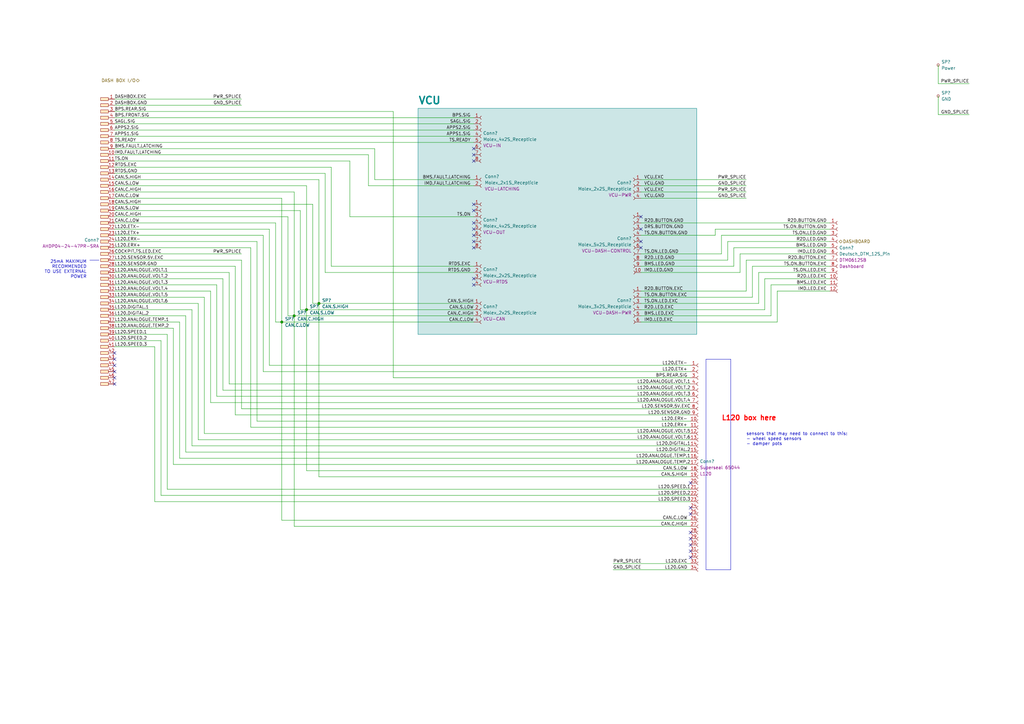
<source format=kicad_sch>
(kicad_sch (version 20230121) (generator eeschema)
  (paper "A3")
  (title_block (title "LOOM - DASH BOX"))
  (lib_symbols
    (symbol "Connector:TestPoint_Small" (pin_numbers hide) (pin_names (offset 0.762) hide)
      (property "Reference" "TP" (at 0 3.81 0))
      (property "Value" "TestPoint_Small" (at 0 2.032 0))
      (symbol "TestPoint_Small_0_1"
        (circle (center 0 0) (radius 0.508))
      )
      (symbol "TestPoint_Small_1_1"
        (pin passive line (at 0 0 90) (length 0) (name "1") (number "1"))
      )
    )
    (symbol "Connectors_SUFST:AMPHENOL-47P-Pannel"
      (property "Reference" "Conn" (at 0 -1.905 0))
      (property "P/N" "AHDP04-24-47PR-SRA" (at 0 0 0))
      (symbol "AMPHENOL-47P-Pannel_0_1"
        (polyline (pts (xy -0.635 -121.285) (xy 1.905 -121.285)))
        (polyline (pts (xy -0.635 -116.205) (xy 1.905 -116.205)))
        (polyline (pts (xy -0.635 -111.125) (xy 1.905 -111.125)))
        (polyline (pts (xy -0.635 -106.045) (xy 1.905 -106.045)))
        (polyline (pts (xy -0.635 -100.965) (xy 1.905 -100.965)))
        (polyline (pts (xy -0.635 -95.885) (xy 1.905 -95.885)))
        (polyline (pts (xy -0.635 -90.805) (xy 1.905 -90.805)))
        (polyline (pts (xy -0.635 -85.725) (xy 1.905 -85.725)))
        (polyline (pts (xy -0.635 -80.645) (xy 1.905 -80.645)))
        (polyline (pts (xy -0.635 -75.565) (xy 1.905 -75.565)))
        (polyline (pts (xy -0.635 -70.485) (xy 1.905 -70.485)))
        (polyline (pts (xy -0.635 -65.405) (xy 1.905 -65.405)))
        (polyline (pts (xy -0.635 -60.325) (xy 1.905 -60.325)))
        (polyline (pts (xy -0.635 -55.245) (xy 1.905 -55.245)))
        (polyline (pts (xy -0.635 -50.165) (xy 1.905 -50.165)))
        (polyline (pts (xy -0.635 -45.085) (xy 1.905 -45.085)))
        (polyline (pts (xy -0.635 -40.005) (xy 1.905 -40.005)))
        (polyline (pts (xy -0.635 -34.925) (xy 1.905 -34.925)))
        (polyline (pts (xy -0.635 -29.845) (xy 1.905 -29.845)))
        (polyline (pts (xy -0.635 -24.765) (xy 1.905 -24.765)))
        (polyline (pts (xy -0.635 -19.685) (xy 1.905 -19.685)))
        (polyline (pts (xy -0.635 -14.605) (xy 1.905 -14.605)))
        (polyline (pts (xy -0.635 -9.525) (xy 1.905 -9.525)))
        (polyline (pts (xy -0.635 -4.445) (xy 1.905 -4.445)))
      )
      (symbol "AMPHENOL-47P-Pannel_1_1"
        (rectangle (start -3.81 -120.65) (end -0.635 -121.92) (fill (type color) (color 255 229 191 1)))
        (rectangle (start -3.81 -118.11) (end -0.635 -119.38) (fill (type color) (color 255 229 191 1)))
        (rectangle (start -3.81 -115.57) (end -0.635 -116.84) (fill (type color) (color 255 229 191 1)))
        (rectangle (start -3.81 -113.03) (end -0.635 -114.3) (fill (type color) (color 255 229 191 1)))
        (rectangle (start -3.81 -110.49) (end -0.635 -111.76) (fill (type color) (color 255 229 191 1)))
        (rectangle (start -3.81 -107.95) (end -0.635 -109.22) (fill (type color) (color 255 229 191 1)))
        (rectangle (start -3.81 -105.41) (end -0.635 -106.68) (fill (type color) (color 255 229 191 1)))
        (rectangle (start -3.81 -102.87) (end -0.635 -104.14) (fill (type color) (color 255 229 191 1)))
        (rectangle (start -3.81 -100.33) (end -0.635 -101.6) (fill (type color) (color 255 229 191 1)))
        (rectangle (start -3.81 -97.79) (end -0.635 -99.06) (fill (type color) (color 255 229 191 1)))
        (rectangle (start -3.81 -95.25) (end -0.635 -96.52) (fill (type color) (color 255 229 191 1)))
        (rectangle (start -3.81 -92.71) (end -0.635 -93.98) (fill (type color) (color 255 229 191 1)))
        (rectangle (start -3.81 -90.17) (end -0.635 -91.44) (fill (type color) (color 255 229 191 1)))
        (rectangle (start -3.81 -87.63) (end -0.635 -88.9) (fill (type color) (color 255 229 191 1)))
        (rectangle (start -3.81 -85.09) (end -0.635 -86.36) (fill (type color) (color 255 229 191 1)))
        (rectangle (start -3.81 -82.55) (end -0.635 -83.82) (fill (type color) (color 255 229 191 1)))
        (rectangle (start -3.81 -80.01) (end -0.635 -81.28) (fill (type color) (color 255 229 191 1)))
        (rectangle (start -3.81 -77.47) (end -0.635 -78.74) (fill (type color) (color 255 229 191 1)))
        (rectangle (start -3.81 -74.93) (end -0.635 -76.2) (fill (type color) (color 255 229 191 1)))
        (rectangle (start -3.81 -72.39) (end -0.635 -73.66) (fill (type color) (color 255 229 191 1)))
        (rectangle (start -3.81 -69.85) (end -0.635 -71.12) (fill (type color) (color 255 229 191 1)))
        (rectangle (start -3.81 -67.31) (end -0.635 -68.58) (fill (type color) (color 255 229 191 1)))
        (rectangle (start -3.81 -64.77) (end -0.635 -66.04) (fill (type color) (color 255 229 191 1)))
        (rectangle (start -3.81 -62.23) (end -0.635 -63.5) (fill (type color) (color 255 229 191 1)))
        (rectangle (start -3.81 -59.69) (end -0.635 -60.96) (fill (type color) (color 255 229 191 1)))
        (rectangle (start -3.81 -57.15) (end -0.635 -58.42) (fill (type color) (color 255 229 191 1)))
        (rectangle (start -3.81 -54.61) (end -0.635 -55.88) (fill (type color) (color 255 229 191 1)))
        (rectangle (start -3.81 -52.07) (end -0.635 -53.34) (fill (type color) (color 255 229 191 1)))
        (rectangle (start -3.81 -49.53) (end -0.635 -50.8) (fill (type color) (color 255 229 191 1)))
        (rectangle (start -3.81 -46.99) (end -0.635 -48.26) (fill (type color) (color 255 229 191 1)))
        (rectangle (start -3.81 -44.45) (end -0.635 -45.72) (fill (type color) (color 255 229 191 1)))
        (rectangle (start -3.81 -41.91) (end -0.635 -43.18) (fill (type color) (color 255 229 191 1)))
        (rectangle (start -3.81 -39.37) (end -0.635 -40.64) (fill (type color) (color 255 229 191 1)))
        (rectangle (start -3.81 -36.83) (end -0.635 -38.1) (fill (type color) (color 255 229 191 1)))
        (rectangle (start -3.81 -34.29) (end -0.635 -35.56) (fill (type color) (color 255 229 191 1)))
        (rectangle (start -3.81 -31.75) (end -0.635 -33.02) (fill (type color) (color 255 229 191 1)))
        (rectangle (start -3.81 -29.21) (end -0.635 -30.48) (fill (type color) (color 255 229 191 1)))
        (rectangle (start -3.81 -26.67) (end -0.635 -27.94) (fill (type color) (color 255 229 191 1)))
        (rectangle (start -3.81 -24.13) (end -0.635 -25.4) (fill (type color) (color 255 229 191 1)))
        (rectangle (start -3.81 -21.59) (end -0.635 -22.86) (fill (type color) (color 255 229 191 1)))
        (rectangle (start -3.81 -19.05) (end -0.635 -20.32) (fill (type color) (color 255 229 191 1)))
        (rectangle (start -3.81 -16.51) (end -0.635 -17.78) (fill (type color) (color 255 229 191 1)))
        (rectangle (start -3.81 -13.97) (end -0.635 -15.24) (fill (type color) (color 255 229 191 1)))
        (rectangle (start -3.81 -11.43) (end -0.635 -12.7) (fill (type color) (color 255 229 191 1)))
        (rectangle (start -3.81 -8.89) (end -0.635 -10.16) (fill (type color) (color 255 229 191 1)))
        (rectangle (start -3.81 -6.35) (end -0.635 -7.62) (fill (type color) (color 255 229 191 1)))
        (rectangle (start -3.81 -3.81) (end -0.635 -5.08) (fill (type color) (color 255 229 191 1)))
        (pin input line (at 1.905 -4.445 180) (length 2.54) (name "") (number "1"))
        (pin input line (at 1.905 -27.305 180) (length 2.54) (name "") (number "10"))
        (pin input line (at 1.905 -29.845 180) (length 2.54) (name "") (number "11"))
        (pin input line (at 1.905 -32.385 180) (length 2.54) (name "") (number "12"))
        (pin input line (at 1.905 -34.925 180) (length 2.54) (name "") (number "13"))
        (pin input line (at 1.905 -37.465 180) (length 2.54) (name "") (number "14"))
        (pin input line (at 1.905 -40.005 180) (length 2.54) (name "") (number "15"))
        (pin input line (at 1.905 -42.545 180) (length 2.54) (name "") (number "16"))
        (pin input line (at 1.905 -45.085 180) (length 2.54) (name "") (number "17"))
        (pin input line (at 1.905 -47.625 180) (length 2.54) (name "") (number "18"))
        (pin input line (at 1.905 -50.165 180) (length 2.54) (name "") (number "19"))
        (pin input line (at 1.905 -6.985 180) (length 2.54) (name "") (number "2"))
        (pin input line (at 1.905 -52.705 180) (length 2.54) (name "") (number "20"))
        (pin input line (at 1.905 -55.245 180) (length 2.54) (name "") (number "21"))
        (pin input line (at 1.905 -57.785 180) (length 2.54) (name "") (number "22"))
        (pin input line (at 1.905 -60.325 180) (length 2.54) (name "") (number "23"))
        (pin input line (at 1.905 -62.865 180) (length 2.54) (name "") (number "24"))
        (pin input line (at 1.905 -65.405 180) (length 2.54) (name "") (number "25"))
        (pin input line (at 1.905 -67.945 180) (length 2.54) (name "") (number "26"))
        (pin input line (at 1.905 -70.485 180) (length 2.54) (name "") (number "27"))
        (pin input line (at 1.905 -73.025 180) (length 2.54) (name "") (number "28"))
        (pin input line (at 1.905 -75.565 180) (length 2.54) (name "") (number "29"))
        (pin input line (at 1.905 -9.525 180) (length 2.54) (name "") (number "3"))
        (pin input line (at 1.905 -78.105 180) (length 2.54) (name "") (number "30"))
        (pin input line (at 1.905 -80.645 180) (length 2.54) (name "") (number "31"))
        (pin input line (at 1.905 -83.185 180) (length 2.54) (name "") (number "32"))
        (pin input line (at 1.905 -85.725 180) (length 2.54) (name "") (number "33"))
        (pin input line (at 1.905 -88.265 180) (length 2.54) (name "") (number "34"))
        (pin input line (at 1.905 -90.805 180) (length 2.54) (name "") (number "35"))
        (pin input line (at 1.905 -93.345 180) (length 2.54) (name "") (number "36"))
        (pin input line (at 1.905 -95.885 180) (length 2.54) (name "") (number "37"))
        (pin input line (at 1.905 -98.425 180) (length 2.54) (name "") (number "38"))
        (pin input line (at 1.905 -100.965 180) (length 2.54) (name "") (number "39"))
        (pin input line (at 1.905 -12.065 180) (length 2.54) (name "") (number "4"))
        (pin input line (at 1.905 -103.505 180) (length 2.54) (name "") (number "40"))
        (pin input line (at 1.905 -106.045 180) (length 2.54) (name "") (number "41"))
        (pin input line (at 1.905 -108.585 180) (length 2.54) (name "") (number "42"))
        (pin input line (at 1.905 -111.125 180) (length 2.54) (name "") (number "43"))
        (pin input line (at 1.905 -113.665 180) (length 2.54) (name "") (number "44"))
        (pin input line (at 1.905 -116.205 180) (length 2.54) (name "") (number "45"))
        (pin input line (at 1.905 -118.745 180) (length 2.54) (name "") (number "46"))
        (pin input line (at 1.905 -121.285 180) (length 2.54) (name "") (number "47"))
        (pin input line (at 1.905 -14.605 180) (length 2.54) (name "") (number "5"))
        (pin input line (at 1.905 -17.145 180) (length 2.54) (name "") (number "6"))
        (pin input line (at 1.905 -19.685 180) (length 2.54) (name "") (number "7"))
        (pin input line (at 1.905 -22.225 180) (length 2.54) (name "") (number "8"))
        (pin input line (at 1.905 -24.765 180) (length 2.54) (name "") (number "9"))
      )
    )
    (symbol "Connectors_SUFST:Deutsch_DTM_12S_Pin"
      (property "Reference" "Conn" (at 0 0.635 0))
      (property "P/N" "DTM0612SB" (at 0 0 0))
      (symbol "Deutsch_DTM_12S_Pin_0_1"
        (arc (start -2.5368 -27.9407) (mid -1.9833 -27.3063) (end -2.5355 -26.6707))
        (arc (start -2.5368 -22.8607) (mid -1.9833 -22.2263) (end -2.5355 -21.5907))
        (arc (start -2.5368 -17.7807) (mid -1.9833 -17.1463) (end -2.5355 -16.5107))
        (arc (start -2.5368 -12.7007) (mid -1.9833 -12.0663) (end -2.5355 -11.4307))
        (arc (start -2.5368 -7.6207) (mid -1.9833 -6.9863) (end -2.5355 -6.3507))
        (arc (start -2.5368 -2.5407) (mid -1.9833 -1.9063) (end -2.5355 -1.2707))
        (arc (start -2.4524 -30.4801) (mid -1.8989 -29.8457) (end -2.4511 -29.2101))
        (arc (start -2.4524 -25.4001) (mid -1.8989 -24.7657) (end -2.4511 -24.1301))
        (arc (start -2.4524 -20.3201) (mid -1.8989 -19.6857) (end -2.4511 -19.0501))
        (arc (start -2.4524 -15.2401) (mid -1.8989 -14.6057) (end -2.4511 -13.9701))
        (arc (start -2.4524 -10.1601) (mid -1.8989 -9.5257) (end -2.4511 -8.8901))
        (arc (start -2.4524 -5.0801) (mid -1.8989 -4.4457) (end -2.4511 -3.8101))
      )
      (symbol "Deutsch_DTM_12S_Pin_1_1"
        (pin input line (at 0.635 -29.845 180) (length 2.54) (name "") (number "1"))
        (pin input line (at 0.635 -6.985 180) (length 2.54) (name "") (number "10"))
        (pin input line (at 0.635 -4.445 180) (length 2.54) (name "") (number "11"))
        (pin input line (at 0.635 -1.905 180) (length 2.54) (name "") (number "12"))
        (pin input line (at 0.635 -27.305 180) (length 2.54) (name "") (number "2"))
        (pin input line (at 0.635 -24.765 180) (length 2.54) (name "") (number "3"))
        (pin input line (at 0.635 -22.225 180) (length 2.54) (name "") (number "4"))
        (pin input line (at 0.635 -19.685 180) (length 2.54) (name "") (number "5"))
        (pin input line (at 0.635 -17.145 180) (length 2.54) (name "") (number "6"))
        (pin input line (at 0.635 -14.605 180) (length 2.54) (name "") (number "7"))
        (pin input line (at 0.635 -12.065 180) (length 2.54) (name "") (number "8"))
        (pin input line (at 0.635 -9.525 180) (length 2.54) (name "") (number "9"))
      )
    )
    (symbol "Connectors_SUFST:L120 Connector"
      (property "Reference" "Conn" (at 0 0.635 0))
      (property "P/N" "Superseal 65044" (at -0.635 4.445 0))
      (symbol "L120 Connector_0_1"
        (arc (start -2.5368 -83.8207) (mid -1.9833 -83.1863) (end -2.5355 -82.5507))
        (arc (start -2.5368 -78.7407) (mid -1.9833 -78.1063) (end -2.5355 -77.4707))
        (arc (start -2.5368 -73.6607) (mid -1.9833 -73.0263) (end -2.5355 -72.3907))
        (arc (start -2.5368 -68.5807) (mid -1.9833 -67.9463) (end -2.5355 -67.3107))
        (arc (start -2.5368 -63.5007) (mid -1.9833 -62.8663) (end -2.5355 -62.2307))
        (arc (start -2.5368 -58.4207) (mid -1.9833 -57.7863) (end -2.5355 -57.1507))
        (arc (start -2.5368 -53.3407) (mid -1.9833 -52.7063) (end -2.5355 -52.0707))
        (arc (start -2.5368 -48.2607) (mid -1.9833 -47.6263) (end -2.5355 -46.9907))
        (arc (start -2.5368 -43.1807) (mid -1.9833 -42.5463) (end -2.5355 -41.9107))
        (arc (start -2.5368 -38.1007) (mid -1.9833 -37.4663) (end -2.5355 -36.8307))
        (arc (start -2.5368 -33.0207) (mid -1.9833 -32.3863) (end -2.5355 -31.7507))
        (arc (start -2.5368 -27.9407) (mid -1.9833 -27.3063) (end -2.5355 -26.6707))
        (arc (start -2.5368 -22.8607) (mid -1.9833 -22.2263) (end -2.5355 -21.5907))
        (arc (start -2.5368 -17.7807) (mid -1.9833 -17.1463) (end -2.5355 -16.5107))
        (arc (start -2.5368 -12.7007) (mid -1.9833 -12.0663) (end -2.5355 -11.4307))
        (arc (start -2.5368 -7.6207) (mid -1.9833 -6.9863) (end -2.5355 -6.3507))
        (arc (start -2.5368 -2.5407) (mid -1.9833 -1.9063) (end -2.5355 -1.2707))
        (arc (start -2.4524 -86.3601) (mid -1.8989 -85.7257) (end -2.4511 -85.0901))
        (arc (start -2.4524 -81.2801) (mid -1.8989 -80.6457) (end -2.4511 -80.0101))
        (arc (start -2.4524 -76.2001) (mid -1.8989 -75.5657) (end -2.4511 -74.9301))
        (arc (start -2.4524 -71.1201) (mid -1.8989 -70.4857) (end -2.4511 -69.8501))
        (arc (start -2.4524 -66.0401) (mid -1.8989 -65.4057) (end -2.4511 -64.7701))
        (arc (start -2.4524 -60.9601) (mid -1.8989 -60.3257) (end -2.4511 -59.6901))
        (arc (start -2.4524 -55.8801) (mid -1.8989 -55.2457) (end -2.4511 -54.6101))
        (arc (start -2.4524 -50.8001) (mid -1.8989 -50.1657) (end -2.4511 -49.5301))
        (arc (start -2.4524 -45.7201) (mid -1.8989 -45.0857) (end -2.4511 -44.4501))
        (arc (start -2.4524 -40.6401) (mid -1.8989 -40.0057) (end -2.4511 -39.3701))
        (arc (start -2.4524 -35.5601) (mid -1.8989 -34.9257) (end -2.4511 -34.2901))
        (arc (start -2.4524 -30.4801) (mid -1.8989 -29.8457) (end -2.4511 -29.2101))
        (arc (start -2.4524 -25.4001) (mid -1.8989 -24.7657) (end -2.4511 -24.1301))
        (arc (start -2.4524 -20.3201) (mid -1.8989 -19.6857) (end -2.4511 -19.0501))
        (arc (start -2.4524 -15.2401) (mid -1.8989 -14.6057) (end -2.4511 -13.9701))
        (arc (start -2.4524 -10.1601) (mid -1.8989 -9.5257) (end -2.4511 -8.8901))
        (arc (start -2.4524 -5.0801) (mid -1.8989 -4.4457) (end -2.4511 -3.8101))
      )
      (symbol "L120 Connector_1_1"
        (pin input line (at 0.635 -1.905 180) (length 2.54) (name "") (number "1"))
        (pin input line (at 0.635 -24.765 180) (length 2.54) (name "") (number "10"))
        (pin input line (at 0.635 -27.305 180) (length 2.54) (name "") (number "11"))
        (pin input line (at 0.635 -29.845 180) (length 2.54) (name "") (number "12"))
        (pin input line (at 0.635 -32.385 180) (length 2.54) (name "") (number "13"))
        (pin input line (at 0.635 -34.925 180) (length 2.54) (name "") (number "14"))
        (pin input line (at 0.635 -37.465 180) (length 2.54) (name "") (number "15"))
        (pin input line (at 0.635 -40.005 180) (length 2.54) (name "") (number "16"))
        (pin input line (at 0.635 -42.545 180) (length 2.54) (name "") (number "17"))
        (pin input line (at 0.635 -45.085 180) (length 2.54) (name "") (number "18"))
        (pin input line (at 0.635 -47.625 180) (length 2.54) (name "") (number "19"))
        (pin input line (at 0.635 -4.445 180) (length 2.54) (name "") (number "2"))
        (pin input line (at 0.635 -50.165 180) (length 2.54) (name "") (number "20"))
        (pin input line (at 0.635 -52.705 180) (length 2.54) (name "") (number "21"))
        (pin input line (at 0.635 -55.245 180) (length 2.54) (name "") (number "22"))
        (pin input line (at 0.635 -57.785 180) (length 2.54) (name "") (number "23"))
        (pin input line (at 0.635 -60.325 180) (length 2.54) (name "") (number "24"))
        (pin input line (at 0.635 -62.865 180) (length 2.54) (name "") (number "25"))
        (pin input line (at 0.635 -65.405 180) (length 2.54) (name "") (number "26"))
        (pin input line (at 0.635 -67.945 180) (length 2.54) (name "") (number "27"))
        (pin input line (at 0.635 -70.485 180) (length 2.54) (name "") (number "28"))
        (pin input line (at 0.635 -73.025 180) (length 2.54) (name "") (number "29"))
        (pin input line (at 0.635 -6.985 180) (length 2.54) (name "") (number "3"))
        (pin input line (at 0.635 -75.565 180) (length 2.54) (name "") (number "30"))
        (pin input line (at 0.635 -78.105 180) (length 2.54) (name "") (number "31"))
        (pin input line (at 0.635 -80.645 180) (length 2.54) (name "") (number "32"))
        (pin input line (at 0.635 -83.185 180) (length 2.54) (name "") (number "33"))
        (pin input line (at 0.635 -85.725 180) (length 2.54) (name "") (number "34"))
        (pin input line (at 0.635 -9.525 180) (length 2.54) (name "") (number "4"))
        (pin input line (at 0.635 -12.065 180) (length 2.54) (name "") (number "5"))
        (pin input line (at 0.635 -14.605 180) (length 2.54) (name "") (number "6"))
        (pin input line (at 0.635 -17.145 180) (length 2.54) (name "") (number "7"))
        (pin input line (at 0.635 -19.685 180) (length 2.54) (name "") (number "8"))
        (pin input line (at 0.635 -22.225 180) (length 2.54) (name "") (number "9"))
      )
    )
    (symbol "Connectors_SUFST:Molex_2x1S_Recepticle"
      (property "Reference" "Conn" (at 0 0.635 0))
      (symbol "Molex_2x1S_Recepticle_0_1"
        (arc (start -2.5368 -2.5407) (mid -1.9833 -1.9063) (end -2.5355 -1.2707))
        (arc (start -2.4524 -5.0801) (mid -1.8989 -4.4457) (end -2.4511 -3.8101))
      )
      (symbol "Molex_2x1S_Recepticle_1_1"
        (pin input line (at 0.635 -4.445 180) (length 2.54) (name "") (number "1"))
        (pin input line (at 0.635 -1.905 180) (length 2.54) (name "") (number "2"))
      )
    )
    (symbol "Connectors_SUFST:Molex_2x2S_Recepticle"
      (property "Reference" "Conn" (at 0 0.635 0))
      (symbol "Molex_2x2S_Recepticle_0_1"
        (arc (start -2.5368 -7.6207) (mid -1.9833 -6.9863) (end -2.5355 -6.3507))
        (arc (start -2.5368 -2.5407) (mid -1.9833 -1.9063) (end -2.5355 -1.2707))
        (arc (start -2.4524 -10.1601) (mid -1.8989 -9.5257) (end -2.4511 -8.8901))
        (arc (start -2.4524 -5.0801) (mid -1.8989 -4.4457) (end -2.4511 -3.8101))
      )
      (symbol "Molex_2x2S_Recepticle_1_1"
        (pin input line (at 0.635 -1.905 180) (length 2.54) (name "") (number "1"))
        (pin input line (at 0.635 -4.445 180) (length 2.54) (name "") (number "2"))
        (pin input line (at 0.635 -6.985 180) (length 2.54) (name "") (number "3"))
        (pin input line (at 0.635 -9.525 180) (length 2.54) (name "") (number "4"))
      )
    )
    (symbol "Connectors_SUFST:Molex_3x2S_Recepticle"
      (property "Reference" "Conn" (at 0 0.635 0))
      (symbol "Molex_3x2S_Recepticle_0_1"
        (arc (start -2.5368 -7.6207) (mid -1.9833 -6.9863) (end -2.5355 -6.3507))
        (arc (start -2.5368 -2.5407) (mid -1.9833 -1.9063) (end -2.5355 -1.2707))
        (arc (start -2.4524 -12.7001) (mid -1.8989 -12.0657) (end -2.4511 -11.4301))
        (arc (start -2.4524 -10.1601) (mid -1.8989 -9.5257) (end -2.4511 -8.8901))
        (arc (start -2.4524 -5.0801) (mid -1.8989 -4.4457) (end -2.4511 -3.8101))
        (arc (start -2.368 -15.2395) (mid -1.8145 -14.6051) (end -2.3667 -13.9695))
      )
      (symbol "Molex_3x2S_Recepticle_1_1"
        (pin input line (at 0.635 -1.905 180) (length 2.54) (name "") (number "1"))
        (pin input line (at 0.635 -4.445 180) (length 2.54) (name "") (number "2"))
        (pin input line (at 0.635 -6.985 180) (length 2.54) (name "") (number "3"))
        (pin input line (at 0.635 -9.525 180) (length 2.54) (name "") (number "4"))
        (pin input line (at 0.635 -12.065 180) (length 2.54) (name "") (number "5"))
        (pin input line (at 0.635 -14.605 180) (length 2.54) (name "") (number "6"))
      )
    )
    (symbol "Connectors_SUFST:Molex_4x2S_Recepticle"
      (property "Reference" "Conn" (at 0 0.635 0))
      (symbol "Molex_4x2S_Recepticle_0_1"
        (arc (start -2.5368 -7.6207) (mid -1.9833 -6.9863) (end -2.5355 -6.3507))
        (arc (start -2.5368 -2.5407) (mid -1.9833 -1.9063) (end -2.5355 -1.2707))
        (arc (start -2.4524 -17.7801) (mid -1.8989 -17.1457) (end -2.4511 -16.5101))
        (arc (start -2.4524 -12.7001) (mid -1.8989 -12.0657) (end -2.4511 -11.4301))
        (arc (start -2.4524 -10.1601) (mid -1.8989 -9.5257) (end -2.4511 -8.8901))
        (arc (start -2.4524 -5.0801) (mid -1.8989 -4.4457) (end -2.4511 -3.8101))
        (arc (start -2.368 -20.3195) (mid -1.8145 -19.6851) (end -2.3667 -19.0495))
        (arc (start -2.368 -15.2395) (mid -1.8145 -14.6051) (end -2.3667 -13.9695))
      )
      (symbol "Molex_4x2S_Recepticle_1_1"
        (pin input line (at 0.635 -1.905 180) (length 2.54) (name "") (number "1"))
        (pin input line (at 0.635 -4.445 180) (length 2.54) (name "") (number "2"))
        (pin input line (at 0.635 -6.985 180) (length 2.54) (name "") (number "3"))
        (pin input line (at 0.635 -9.525 180) (length 2.54) (name "") (number "4"))
        (pin input line (at 0.635 -12.065 180) (length 2.54) (name "") (number "5"))
        (pin input line (at 0.635 -14.605 180) (length 2.54) (name "") (number "6"))
        (pin input line (at 0.635 -17.145 180) (length 2.54) (name "") (number "7"))
        (pin input line (at 0.635 -19.685 180) (length 2.54) (name "") (number "8"))
      )
    )
    (symbol "Connectors_SUFST:Molex_5x2S_Recepticle"
      (property "Reference" "Conn" (at 0 0.635 0))
      (symbol "Molex_5x2S_Recepticle_0_1"
        (arc (start -2.5368 -7.6207) (mid -1.9833 -6.9863) (end -2.5355 -6.3507))
        (arc (start -2.5368 -2.5407) (mid -1.9833 -1.9063) (end -2.5355 -1.2707))
        (arc (start -2.4524 -22.8601) (mid -1.8989 -22.2257) (end -2.4511 -21.5901))
        (arc (start -2.4524 -17.7801) (mid -1.8989 -17.1457) (end -2.4511 -16.5101))
        (arc (start -2.4524 -12.7001) (mid -1.8989 -12.0657) (end -2.4511 -11.4301))
        (arc (start -2.4524 -10.1601) (mid -1.8989 -9.5257) (end -2.4511 -8.8901))
        (arc (start -2.4524 -5.0801) (mid -1.8989 -4.4457) (end -2.4511 -3.8101))
        (arc (start -2.368 -25.3995) (mid -1.8145 -24.7651) (end -2.3667 -24.1295))
        (arc (start -2.368 -20.3195) (mid -1.8145 -19.6851) (end -2.3667 -19.0495))
        (arc (start -2.368 -15.2395) (mid -1.8145 -14.6051) (end -2.3667 -13.9695))
      )
      (symbol "Molex_5x2S_Recepticle_1_1"
        (pin input line (at 0.635 -1.905 180) (length 2.54) (name "") (number "1"))
        (pin input line (at 0.635 -24.765 180) (length 2.54) (name "") (number "10"))
        (pin input line (at 0.635 -4.445 180) (length 2.54) (name "") (number "2"))
        (pin input line (at 0.635 -6.985 180) (length 2.54) (name "") (number "3"))
        (pin input line (at 0.635 -9.525 180) (length 2.54) (name "") (number "4"))
        (pin input line (at 0.635 -12.065 180) (length 2.54) (name "") (number "5"))
        (pin input line (at 0.635 -14.605 180) (length 2.54) (name "") (number "6"))
        (pin input line (at 0.635 -17.145 180) (length 2.54) (name "") (number "7"))
        (pin input line (at 0.635 -19.685 180) (length 2.54) (name "") (number "8"))
        (pin input line (at 0.635 -22.225 180) (length 2.54) (name "") (number "9"))
      )
    )
  )
  (junction (at 125.73 127))
  (junction (at 130.81 124.46))
  (junction (at 120.65 129.54))
  (junction (at 115.57 132.08))
  (no_connect (at 262.89 88.9))
  (no_connect (at 262.89 101.6))
  (no_connect (at 194.31 83.82))
  (no_connect (at 283.21 208.28))
  (no_connect (at 194.31 96.52))
  (no_connect (at 194.31 101.6))
  (no_connect (at 283.21 210.82))
  (no_connect (at 283.21 228.6))
  (no_connect (at 194.31 93.98))
  (no_connect (at 46.99 144.78))
  (no_connect (at 194.31 91.44))
  (no_connect (at 194.31 60.96))
  (no_connect (at 194.31 86.36))
  (no_connect (at 262.89 99.06))
  (no_connect (at 194.31 66.04))
  (no_connect (at 46.99 154.94))
  (no_connect (at 194.31 99.06))
  (no_connect (at 262.89 93.98))
  (no_connect (at 194.31 114.3))
  (no_connect (at 194.31 116.84))
  (no_connect (at 283.21 198.12))
  (no_connect (at 194.31 63.5))
  (no_connect (at 46.99 147.32))
  (no_connect (at 46.99 152.4))
  (no_connect (at 46.99 149.86))
  (no_connect (at 283.21 223.52))
  (no_connect (at 283.21 218.44))
  (no_connect (at 283.21 220.98))
  (no_connect (at 46.99 157.48))
  (no_connect (at 283.21 226.06))
  (wire (pts (xy 46.99 99.06) (xy 105.41 99.06)))
  (wire (pts (xy 283.21 187.96) (xy 73.66 187.96)))
  (wire (pts (xy 46.99 81.28) (xy 115.57 81.28)))
  (wire (pts (xy 135.89 109.22) (xy 135.89 68.58)))
  (wire (pts (xy 311.15 111.76) (xy 340.36 111.76)))
  (wire (pts (xy 384.81 34.29) (xy 397.51 34.29)))
  (wire (pts (xy 283.21 167.64) (xy 99.06 167.64)))
  (wire (pts (xy 46.99 91.44) (xy 113.03 91.44)))
  (wire (pts (xy 283.21 175.26) (xy 102.87 175.26)))
  (wire (pts (xy 46.99 93.98) (xy 110.49 93.98)))
  (wire (pts (xy 93.98 111.76) (xy 46.99 111.76)))
  (wire (pts (xy 340.36 114.3) (xy 313.69 114.3)))
  (wire (pts (xy 283.21 182.88) (xy 78.74 182.88)))
  (wire (pts (xy 262.89 129.54) (xy 316.23 129.54)))
  (wire (pts (xy 96.52 170.18) (xy 96.52 109.22)))
  (wire (pts (xy 96.52 109.22) (xy 46.99 109.22)))
  (wire (pts (xy 262.89 124.46) (xy 311.15 124.46)))
  (wire (pts (xy 46.99 45.72) (xy 161.29 45.72)))
  (wire (pts (xy 306.07 78.74) (xy 262.89 78.74)))
  (wire (pts (xy 46.99 43.18) (xy 99.06 43.18)))
  (wire (pts (xy 262.89 104.14) (xy 295.91 104.14)))
  (wire (pts (xy 46.99 73.66) (xy 130.81 73.66)))
  (wire (pts (xy 63.5 205.74) (xy 63.5 142.24)))
  (wire (pts (xy 295.91 96.52) (xy 340.36 96.52)))
  (wire (pts (xy 133.35 111.76) (xy 194.31 111.76)))
  (wire (pts (xy 91.44 160.02) (xy 91.44 114.3)))
  (wire (pts (xy 83.82 177.8) (xy 83.82 121.92)))
  (wire (pts (xy 110.49 149.86) (xy 283.21 149.86)))
  (wire (pts (xy 123.19 86.36) (xy 123.19 127)))
  (wire (pts (xy 283.21 160.02) (xy 91.44 160.02)))
  (wire (pts (xy 194.31 76.2) (xy 151.13 76.2)))
  (wire (pts (xy 283.21 231.14) (xy 251.46 231.14)))
  (wire (pts (xy 46.99 76.2) (xy 125.73 76.2)))
  (wire (pts (xy 68.58 200.66) (xy 68.58 137.16)))
  (wire (pts (xy 130.81 73.66) (xy 130.81 124.46)))
  (wire (pts (xy 81.28 180.34) (xy 81.28 124.46)))
  (wire (pts (xy 194.31 109.22) (xy 135.89 109.22)))
  (wire (pts (xy 120.65 215.9) (xy 120.65 129.54)))
  (wire (pts (xy 151.13 76.2) (xy 151.13 63.5)))
  (wire (pts (xy 308.61 121.92) (xy 308.61 109.22)))
  (wire (pts (xy 262.89 91.44) (xy 340.36 91.44)))
  (wire (pts (xy 303.53 111.76) (xy 262.89 111.76)))
  (wire (pts (xy 298.45 106.68) (xy 262.89 106.68)))
  (wire (pts (xy 46.99 60.96) (xy 153.67 60.96)))
  (wire (pts (xy 153.67 73.66) (xy 194.31 73.66)))
  (wire (pts (xy 262.89 109.22) (xy 300.99 109.22)))
  (wire (pts (xy 318.77 132.08) (xy 262.89 132.08)))
  (wire (pts (xy 283.21 233.68) (xy 251.46 233.68)))
  (wire (pts (xy 78.74 182.88) (xy 78.74 127)))
  (wire (pts (xy 115.57 132.08) (xy 115.57 81.28)))
  (wire (pts (xy 107.95 96.52) (xy 107.95 152.4)))
  (wire (pts (xy 283.21 193.04) (xy 125.73 193.04)))
  (wire (pts (xy 46.99 40.64) (xy 99.06 40.64)))
  (wire (pts (xy 78.74 127) (xy 46.99 127)))
  (wire (pts (xy 306.07 106.68) (xy 340.36 106.68)))
  (wire (pts (xy 316.23 116.84) (xy 340.36 116.84)))
  (wire (pts (xy 86.36 119.38) (xy 46.99 119.38)))
  (wire (pts (xy 298.45 99.06) (xy 298.45 106.68)))
  (wire (pts (xy 99.06 106.68) (xy 46.99 106.68)))
  (wire (pts (xy 120.65 78.74) (xy 120.65 129.54)))
  (wire (pts (xy 283.21 180.34) (xy 81.28 180.34)))
  (wire (pts (xy 46.99 101.6) (xy 102.87 101.6)))
  (wire (pts (xy 66.04 203.2) (xy 283.21 203.2)))
  (wire (pts (xy 306.07 76.2) (xy 262.89 76.2)))
  (wire (pts (xy 128.27 83.82) (xy 128.27 124.46)))
  (wire (pts (xy 76.2 185.42) (xy 283.21 185.42)))
  (wire (pts (xy 316.23 129.54) (xy 316.23 116.84)))
  (wire (pts (xy 283.21 177.8) (xy 83.82 177.8)))
  (wire (pts (xy 46.99 83.82) (xy 128.27 83.82)))
  (wire (pts (xy 308.61 109.22) (xy 340.36 109.22)))
  (wire (pts (xy 46.99 104.14) (xy 99.06 104.14)))
  (wire (pts (xy 143.51 66.04) (xy 143.51 88.9)))
  (wire (pts (xy 303.53 104.14) (xy 303.53 111.76)))
  (wire (pts (xy 88.9 162.56) (xy 88.9 116.84)))
  (wire (pts (xy 93.98 157.48) (xy 93.98 111.76)))
  (wire (pts (xy 133.35 71.12) (xy 133.35 111.76)))
  (wire (pts (xy 107.95 152.4) (xy 283.21 152.4)))
  (wire (pts (xy 283.21 205.74) (xy 63.5 205.74)))
  (wire (pts (xy 120.65 129.54) (xy 194.31 129.54)))
  (wire (pts (xy 46.99 66.04) (xy 143.51 66.04)))
  (wire (pts (xy 262.89 121.92) (xy 308.61 121.92)))
  (polyline (pts (xy 36.83 106.68) (xy 40.64 106.68)))
  (wire (pts (xy 130.81 124.46) (xy 194.31 124.46)))
  (wire (pts (xy 283.21 213.36) (xy 115.57 213.36)))
  (wire (pts (xy 46.99 88.9) (xy 118.11 88.9)))
  (wire (pts (xy 88.9 116.84) (xy 46.99 116.84)))
  (wire (pts (xy 68.58 137.16) (xy 46.99 137.16)))
  (wire (pts (xy 295.91 104.14) (xy 295.91 96.52)))
  (wire (pts (xy 125.73 193.04) (xy 125.73 127)))
  (wire (pts (xy 313.69 114.3) (xy 313.69 127)))
  (wire (pts (xy 46.99 48.26) (xy 194.31 48.26)))
  (wire (pts (xy 113.03 91.44) (xy 113.03 132.08)))
  (wire (pts (xy 105.41 99.06) (xy 105.41 172.72)))
  (wire (pts (xy 306.07 73.66) (xy 262.89 73.66)))
  (wire (pts (xy 73.66 132.08) (xy 46.99 132.08)))
  (wire (pts (xy 283.21 162.56) (xy 88.9 162.56)))
  (wire (pts (xy 125.73 127) (xy 194.31 127)))
  (wire (pts (xy 46.99 78.74) (xy 120.65 78.74)))
  (wire (pts (xy 46.99 53.34) (xy 194.31 53.34)))
  (wire (pts (xy 83.82 121.92) (xy 46.99 121.92)))
  (wire (pts (xy 71.12 190.5) (xy 71.12 134.62)))
  (wire (pts (xy 115.57 132.08) (xy 194.31 132.08)))
  (wire (pts (xy 306.07 119.38) (xy 306.07 106.68)))
  (wire (pts (xy 143.51 88.9) (xy 194.31 88.9)))
  (wire (pts (xy 311.15 124.46) (xy 311.15 111.76)))
  (wire (pts (xy 46.99 63.5) (xy 151.13 63.5)))
  (wire (pts (xy 300.99 109.22) (xy 300.99 101.6)))
  (wire (pts (xy 46.99 71.12) (xy 133.35 71.12)))
  (wire (pts (xy 283.21 190.5) (xy 71.12 190.5)))
  (wire (pts (xy 130.81 195.58) (xy 130.81 124.46)))
  (wire (pts (xy 283.21 157.48) (xy 93.98 157.48)))
  (wire (pts (xy 46.99 96.52) (xy 107.95 96.52)))
  (wire (pts (xy 384.81 39.37) (xy 384.81 46.99)))
  (wire (pts (xy 293.37 93.98) (xy 340.36 93.98)))
  (wire (pts (xy 262.89 119.38) (xy 306.07 119.38)))
  (wire (pts (xy 113.03 132.08) (xy 115.57 132.08)))
  (wire (pts (xy 125.73 127) (xy 123.19 127)))
  (wire (pts (xy 46.99 55.88) (xy 194.31 55.88)))
  (wire (pts (xy 340.36 99.06) (xy 298.45 99.06)))
  (wire (pts (xy 46.99 58.42) (xy 194.31 58.42)))
  (wire (pts (xy 99.06 167.64) (xy 99.06 106.68)))
  (wire (pts (xy 340.36 119.38) (xy 318.77 119.38)))
  (wire (pts (xy 384.81 34.29) (xy 384.81 26.67)))
  (wire (pts (xy 110.49 93.98) (xy 110.49 149.86)))
  (wire (pts (xy 313.69 127) (xy 262.89 127)))
  (wire (pts (xy 76.2 129.54) (xy 76.2 185.42)))
  (wire (pts (xy 46.99 68.58) (xy 135.89 68.58)))
  (wire (pts (xy 66.04 139.7) (xy 66.04 203.2)))
  (wire (pts (xy 86.36 165.1) (xy 86.36 119.38)))
  (wire (pts (xy 283.21 215.9) (xy 120.65 215.9)))
  (wire (pts (xy 262.89 96.52) (xy 293.37 96.52)))
  (wire (pts (xy 46.99 142.24) (xy 63.5 142.24)))
  (wire (pts (xy 128.27 124.46) (xy 130.81 124.46)))
  (wire (pts (xy 161.29 45.72) (xy 161.29 154.94)))
  (wire (pts (xy 71.12 134.62) (xy 46.99 134.62)))
  (wire (pts (xy 125.73 127) (xy 125.73 76.2)))
  (wire (pts (xy 293.37 93.98) (xy 293.37 96.52)))
  (wire (pts (xy 105.41 172.72) (xy 283.21 172.72)))
  (wire (pts (xy 384.81 46.99) (xy 397.51 46.99)))
  (wire (pts (xy 283.21 195.58) (xy 130.81 195.58)))
  (wire (pts (xy 283.21 165.1) (xy 86.36 165.1)))
  (wire (pts (xy 73.66 187.96) (xy 73.66 132.08)))
  (wire (pts (xy 283.21 200.66) (xy 68.58 200.66)))
  (wire (pts (xy 300.99 101.6) (xy 340.36 101.6)))
  (wire (pts (xy 306.07 81.28) (xy 262.89 81.28)))
  (wire (pts (xy 283.21 170.18) (xy 96.52 170.18)))
  (wire (pts (xy 340.36 104.14) (xy 303.53 104.14)))
  (wire (pts (xy 115.57 213.36) (xy 115.57 132.08)))
  (wire (pts (xy 318.77 119.38) (xy 318.77 132.08)))
  (wire (pts (xy 81.28 124.46) (xy 46.99 124.46)))
  (wire (pts (xy 118.11 129.54) (xy 120.65 129.54)))
  (wire (pts (xy 46.99 139.7) (xy 66.04 139.7)))
  (wire (pts (xy 153.67 60.96) (xy 153.67 73.66)))
  (wire (pts (xy 118.11 88.9) (xy 118.11 129.54)))
  (wire (pts (xy 46.99 129.54) (xy 76.2 129.54)))
  (wire (pts (xy 102.87 175.26) (xy 102.87 101.6)))
  (wire (pts (xy 46.99 50.8) (xy 194.31 50.8)))
  (wire (pts (xy 46.99 86.36) (xy 123.19 86.36)))
  (wire (pts (xy 91.44 114.3) (xy 46.99 114.3)))
  (wire (pts (xy 161.29 154.94) (xy 283.21 154.94)))
  (rectangle (start 289.56 147.32) (end 299.72 233.68))
  (rectangle (start 171.45 44.45) (end 285.75 137.16) (stroke (width 0) (color 0 132 132 1)) (fill (type color) (color 0 132 132 0.2)))
  (text "L120 box here" (at 295.91 172.72 0) (effects (font (size 2 2) bold) (justify left bottom)))
  (text "25mA MAXIMUM\nRECOMMENDED\nTO USE EXTERNAL\nPOWER" (at 35.56 114.3 0) (effects (font (size 1.27 1.27)) (justify right bottom)))
  (text "sensors that may need to connect to this:\n- wheel speed sensors\n- damper pots" (at 306.07 182.88 0) (effects (font (size 1.27 1.27)) (justify left bottom)))
  (text "VCU" (at 171.45 43.18 0) (effects (font (size 3 3) (thickness 0.6) bold) (justify left bottom)))
  (label "VCU.EXC" (at 264.16 78.74 0))
  (label "L120.ANALOGUE.TEMP.1" (at 46.99 132.08 0))
  (label "APPS2.SIG" (at 193.04 53.34 180))
  (label "CAN.C.HIGH" (at 46.99 78.74 0))
  (label "L120.SENSOR.GND" (at 283.21 170.18 180))
  (label "APPS1.SIG" (at 46.99 55.88 0))
  (label "R2D.LED.EXC" (at 264.16 127 0))
  (label "L120.DIGITAL.2" (at 283.21 185.42 180))
  (label "L120.DIGITAL.1" (at 283.21 182.88 180))
  (label "L120.GND" (at 281.94 233.68 180))
  (label "L120.ERX-" (at 281.94 172.72 180))
  (label "CAN.S.LOW" (at 46.99 76.2 0))
  (label "R2D.BUTTON.EXC" (at 339.09 106.68 180))
  (label "L120.ANALOGUE.VOLT.1" (at 46.99 111.76 0))
  (label "IMD.LED.EXC" (at 339.09 119.38 180))
  (label "L120.SPEED.1" (at 46.99 137.16 0))
  (label "CAN.C.HIGH" (at 281.94 215.9 180))
  (label "IMD.FAULT.LATCHING" (at 46.99 63.5 0))
  (label "VCU.GND" (at 264.16 81.28 0))
  (label "L120.ANALOGUE.VOLT.4" (at 283.21 165.1 180))
  (label "APPS2.SIG" (at 46.99 53.34 0))
  (label "L120.ANALOGUE.VOLT.6" (at 283.21 180.34 180))
  (label "L120.DIGITAL.1" (at 46.99 127 0))
  (label "GND_SPLICE" (at 306.07 76.2 180))
  (label "TS.ON.LED.GND" (at 264.16 104.14 0))
  (label "RTDS.GND" (at 193.04 111.76 180))
  (label "L120.ETX-" (at 281.94 149.86 180))
  (label "R2D.LED.EXC" (at 339.09 114.3 180))
  (label "TS.ON" (at 46.99 66.04 0))
  (label "IMD.LED.GND" (at 264.16 111.76 0))
  (label "RTDS.EXC" (at 193.04 109.22 180))
  (label "L120.ANALOGUE.VOLT.2" (at 46.99 114.3 0))
  (label "RTDS.EXC" (at 46.99 68.58 0))
  (label "L120.SENSOR.5V.EXC" (at 283.21 167.64 180))
  (label "VCU.EXC" (at 264.16 73.66 0))
  (label "L120.SPEED.2" (at 283.21 203.2 180))
  (label "BMS.LED.EXC" (at 264.16 129.54 0))
  (label "L120.SPEED.3" (at 283.21 205.74 180))
  (label "L120.ERX-" (at 46.99 99.06 0))
  (label "CAN.S.LOW" (at 46.99 86.36 0))
  (label "TS.ON.BUTTON.EXC" (at 264.16 121.92 0))
  (label "APPS1.SIG" (at 193.04 55.88 180))
  (label "L120.ANALOGUE.TEMP.2" (at 283.21 190.5 180))
  (label "CAN.S.HIGH" (at 46.99 83.82 0))
  (label "PWR_SPLICE" (at 99.06 40.64 180))
  (label "TS.ON.LED.GND" (at 339.09 96.52 180))
  (label "R2D.BUTTON.EXC" (at 264.16 119.38 0))
  (label "BPS.REAR.SIG" (at 46.99 45.72 0))
  (label "L120.ANALOGUE.TEMP.2" (at 46.99 134.62 0))
  (label "CAN.S.LOW" (at 281.94 193.04 180))
  (label "L120.ERX+" (at 46.99 101.6 0))
  (label "L120.SPEED.2" (at 46.99 139.7 0))
  (label "L120.ANALOGUE.VOLT.4" (at 46.99 119.38 0))
  (label "RTDS.GND" (at 46.99 71.12 0))
  (label "GND_SPLICE" (at 99.06 43.18 180))
  (label "TS.ON" (at 193.04 88.9 180))
  (label "L120.EXC" (at 281.94 231.14 180))
  (label "PWR_SPLICE" (at 251.46 231.14 0))
  (label "TS.READY" (at 46.99 58.42 0))
  (label "CAN.C.HIGH" (at 194.31 129.54 180))
  (label "DASHBOX.GND" (at 46.99 43.18 0))
  (label "L120.ANALOGUE.VOLT.5" (at 283.21 177.8 180))
  (label "L120.DIGITAL.2" (at 46.99 129.54 0))
  (label "COCKPIT.TS.LED.EXC" (at 46.99 104.14 0))
  (label "R2D.BUTTON.GND" (at 339.09 91.44 180))
  (label "BPS.REAR.SIG" (at 281.94 154.94 180))
  (label "L120.ETX+" (at 46.99 96.52 0))
  (label "CAN.C.LOW" (at 194.31 132.08 180))
  (label "CAN.S.HIGH" (at 194.31 124.46 180))
  (label "BMS.LED.GND" (at 339.09 101.6 180))
  (label "L120.ERX+" (at 281.94 175.26 180))
  (label "L120.ANALOGUE.VOLT.3" (at 283.21 162.56 180))
  (label "L120.ANALOGUE.TEMP.1" (at 283.21 187.96 180))
  (label "CAN.C.HIGH" (at 46.99 88.9 0))
  (label "GND_SPLICE" (at 306.07 81.28 180))
  (label "BPS.FRONT.SIG" (at 46.99 48.26 0))
  (label "BMS.LED.GND" (at 264.16 109.22 0))
  (label "GND_SPLICE" (at 251.46 233.68 0))
  (label "TS.ON.BUTTON.GND" (at 339.09 93.98 180))
  (label "L120.ANALOGUE.VOLT.3" (at 46.99 116.84 0))
  (label "IMD.FAULT.LATCHING" (at 193.04 76.2 180))
  (label "PWR_SPLICE" (at 306.07 73.66 180))
  (label "PWR_SPLICE" (at 99.06 104.14 180))
  (label "SAGL.SIG" (at 193.04 50.8 180))
  (label "L120.SENSOR.GND" (at 46.99 109.22 0))
  (label "L120.SENSOR.5V.EXC" (at 46.99 106.68 0))
  (label "PWR_SPLICE" (at 397.51 34.29 180))
  (label "TS.ON.BUTTON.GND" (at 264.16 96.52 0))
  (label "IMD.LED.EXC" (at 264.16 132.08 0))
  (label "CAN.C.LOW" (at 46.99 81.28 0))
  (label "SAGL.SIG" (at 46.99 50.8 0))
  (label "BMS.LED.EXC" (at 339.09 116.84 180))
  (label "L120.ANALOGUE.VOLT.5" (at 46.99 121.92 0))
  (label "PWR_SPLICE" (at 306.07 78.74 180))
  (label "TS.ON.LED.EXC" (at 339.09 111.76 180))
  (label "BMS.FAULT.LATCHING" (at 193.04 73.66 180))
  (label "CAN.S.HIGH" (at 46.99 73.66 0))
  (label "R2D.BUTTON.GND" (at 264.16 91.44 0))
  (label "CAN.S.LOW" (at 194.31 127 180))
  (label "L120.SPEED.3" (at 46.99 142.24 0))
  (label "R2D.LED.GND" (at 264.16 106.68 0))
  (label "BPS.SIG" (at 193.04 48.26 180))
  (label "CAN.S.HIGH" (at 281.94 195.58 180))
  (label "DASHBOX.EXC" (at 46.99 40.64 0))
  (label "L120.SPEED.1" (at 283.21 200.66 180))
  (label "TS.READY" (at 193.04 58.42 180))
  (label "IMD.LED.GND" (at 339.09 104.14 180))
  (label "VCU.GND" (at 264.16 76.2 0))
  (label "L120.ANALOGUE.VOLT.1" (at 283.21 157.48 180))
  (label "GND_SPLICE" (at 397.51 46.99 180))
  (label "L120.ETX+" (at 281.94 152.4 180))
  (label "TS.ON.BUTTON.EXC" (at 339.09 109.22 180))
  (label "R2D.LED.GND" (at 339.09 99.06 180))
  (label "BMS.FAULT.LATCHING" (at 46.99 60.96 0))
  (label "CAN.C.LOW" (at 46.99 91.44 0))
  (label "TS.ON.LED.EXC" (at 264.16 124.46 0))
  (label "DRS.BUTTON.GND" (at 264.16 93.98 0))
  (label "L120.ANALOGUE.VOLT.6" (at 46.99 124.46 0))
  (label "L120.ETX-" (at 46.99 93.98 0))
  (label "CAN.C.LOW" (at 281.94 213.36 180))
  (label "L120.ANALOGUE.VOLT.2" (at 283.21 160.02 180))
  (hierarchical_label "DASHBOARD" (shape bidirectional) (at 344.17 99.06 0))
  (hierarchical_label "DASH BOX I{slash}O" (shape bidirectional) (at 57.15 33.02 180))
  (symbol (lib_id "Connector:TestPoint_Small") (at 384.81 39.37 0) (unit 1)
    (property "Reference" "SP?" (at 386.08 38.1 0) (effects (justify left)))
    (property "Value" "GND" (at 386.08 40.64 0) (effects (justify left)))
  )
  (symbol (lib_id "Connectors_SUFST:Molex_4x2S_Recepticle") (at 194.945 81.915 0) (mirror y) (unit 1)
    (property "Reference" "Conn?" (at 198.12 90.1701 0) (effects (justify right)))
    (property "Value" "Molex_4x2S_Recepticle" (at 198.12 92.7101 0) (effects (justify right)))
    (property "P/N" "43025-0800" (effects hide))
    (property "Conn Name" "VCU-OUT" (at 198.12 95.2501 0) (effects (justify right)))
  )
  (symbol (lib_id "Connectors_SUFST:Molex_5x2S_Recepticle") (at 262.255 86.995 0) (unit 1)
    (property "Reference" "Conn?" (at 259.08 97.7901 0) (effects (justify right)))
    (property "Value" "Molex_5x2S_Recepticle" (at 259.08 100.3301 0) (effects (justify right)))
    (property "P/N" "43025-1000" (effects hide))
    (property "Conn Name" "VCU-DASH-CONTROL" (at 259.08 102.8701 0) (effects (justify right)))
  )
  (symbol (lib_id "Connector:TestPoint_Small") (at 384.81 26.67 0) (unit 1)
    (property "Reference" "SP?" (at 386.08 25.4 0) (effects (justify left)))
    (property "Value" "Power" (at 386.08 27.94 0) (effects (justify left)))
  )
  (symbol (lib_id "Connectors_SUFST:AMPHENOL-47P-Pannel") (at 45.085 36.195 0) (unit 1)
    (property "Reference" "Conn?" (at 40.64 98.425 0) (effects (justify right)))
    (property "Value" "AMPHENOL-47P-Pannel" (effects hide))
    (property "P/N" "AHDP04-24-47PR-SRA" (at 40.64 100.965 0) (effects (justify right)))
  )
  (symbol (lib_id "Connector:TestPoint_Small") (at 115.57 132.08 0) (unit 1)
    (property "Reference" "SP?" (at 116.84 130.81 0) (effects (justify left)))
    (property "Value" "CAN.C.LOW" (at 116.84 133.35 0) (effects (justify left)))
  )
  (symbol (lib_id "Connectors_SUFST:L120 Connector") (at 283.845 147.955 0) (mirror y) (unit 1)
    (property "Reference" "Conn?" (at 287.02 189.2304 0) (effects (justify right)))
    (property "Value" "L120 Connector" (effects hide))
    (property "P/N" "Superseal 65044" (at 287.02 191.7704 0) (effects (justify right)))
    (property "Conn Name" "L120" (at 287.02 194.3104 0) (effects (justify right)))
  )
  (symbol (lib_id "Connectors_SUFST:Molex_2x2S_Recepticle") (at 262.255 71.755 0) (unit 1)
    (property "Reference" "Conn?" (at 259.08 74.9304 0) (effects (justify right)))
    (property "Value" "Molex_2x2S_Recepticle" (at 259.08 77.4704 0) (effects (justify right)))
    (property "P/N" "43025-0400" (effects hide))
    (property "Conn Name" "VCU-PWR" (at 259.08 80.0104 0) (effects (justify right)))
  )
  (symbol (lib_id "Connectors_SUFST:Deutsch_DTM_12S_Pin") (at 340.995 121.285 180) (unit 1)
    (property "Reference" "Conn?" (at 344.17 101.5996 0) (effects (justify right)))
    (property "Value" "Deutsch_DTM_12S_Pin" (at 344.17 104.1396 0) (effects (justify right)))
    (property "P/N" "DTM0612SB" (at 344.17 106.6796 0) (effects (justify right)))
    (property "Conn Name" "Dashboard" (at 344.17 109.2196 0) (effects (justify right)))
  )
  (symbol (lib_id "Connector:TestPoint_Small") (at 120.65 129.54 0) (unit 1)
    (property "Reference" "SP?" (at 121.92 128.27 0) (effects (justify left)))
    (property "Value" "CAN.C.HIGH" (at 121.92 130.81 0) (effects (justify left)))
  )
  (symbol (lib_id "Connector:TestPoint_Small") (at 125.73 127 0) (unit 1)
    (property "Reference" "SP?" (at 127 125.73 0) (effects (justify left)))
    (property "Value" "CAN.S.LOW" (at 127 128.27 0) (effects (justify left)))
  )
  (symbol (lib_id "Connectors_SUFST:Molex_4x2S_Recepticle") (at 194.945 46.355 0) (mirror y) (unit 1)
    (property "Reference" "Conn?" (at 198.12 54.6101 0) (effects (justify right)))
    (property "Value" "Molex_4x2S_Recepticle" (at 198.12 57.1501 0) (effects (justify right)))
    (property "P/N" "43025-0800" (effects hide))
    (property "Conn Name" "VCU-IN" (at 198.12 59.6901 0) (effects (justify right)))
  )
  (symbol (lib_id "Connectors_SUFST:Molex_2x1S_Recepticle") (at 194.945 78.105 180) (unit 1)
    (property "Reference" "Conn?" (at 198.755 72.3896 0) (effects (justify right)))
    (property "Value" "Molex_2x1S_Recepticle" (at 198.755 74.9296 0) (effects (justify right)))
    (property "P/N" "43645-0200" (effects hide))
    (property "Conn Name" "VCU-LATCHING" (at 198.755 77.4696 0) (effects (justify right)))
  )
  (symbol (lib_id "Connectors_SUFST:Molex_3x2S_Recepticle") (at 262.255 117.475 0) (unit 1)
    (property "Reference" "Conn?" (at 259.08 123.1901 0) (effects (justify right)))
    (property "Value" "Molex_3x2S_Recepticle" (at 259.08 125.7301 0) (effects (justify right)))
    (property "P/N" "43025-0600" (effects hide))
    (property "Conn Name" "VCU-DASH-PWR" (at 259.08 128.2701 0) (effects (justify right)))
  )
  (symbol (lib_id "Connectors_SUFST:Molex_2x2S_Recepticle") (at 194.945 107.315 0) (mirror y) (unit 1)
    (property "Reference" "Conn?" (at 198.12 110.4904 0) (effects (justify right)))
    (property "Value" "Molex_2x2S_Recepticle" (at 198.12 113.0304 0) (effects (justify right)))
    (property "P/N" "43025-0400" (effects hide))
    (property "Conn Name" "VCU-RTDS" (at 198.12 115.5704 0) (effects (justify right)))
  )
  (symbol (lib_id "Connector:TestPoint_Small") (at 130.81 124.46 0) (unit 1)
    (property "Reference" "SP?" (at 132.08 123.19 0) (effects (justify left)))
    (property "Value" "CAN.S.HIGH" (at 132.08 125.73 0) (effects (justify left)))
  )
  (symbol (lib_id "Connectors_SUFST:Molex_2x2S_Recepticle") (at 194.945 122.555 0) (mirror y) (unit 1)
    (property "Reference" "Conn?" (at 198.12 125.7304 0) (effects (justify right)))
    (property "Value" "Molex_2x2S_Recepticle" (at 198.12 128.2704 0) (effects (justify right)))
    (property "P/N" "43025-0400" (effects hide))
    (property "Conn Name" "VCU-CAN" (at 198.12 130.8104 0) (effects (justify right)))
  )
)
</source>
